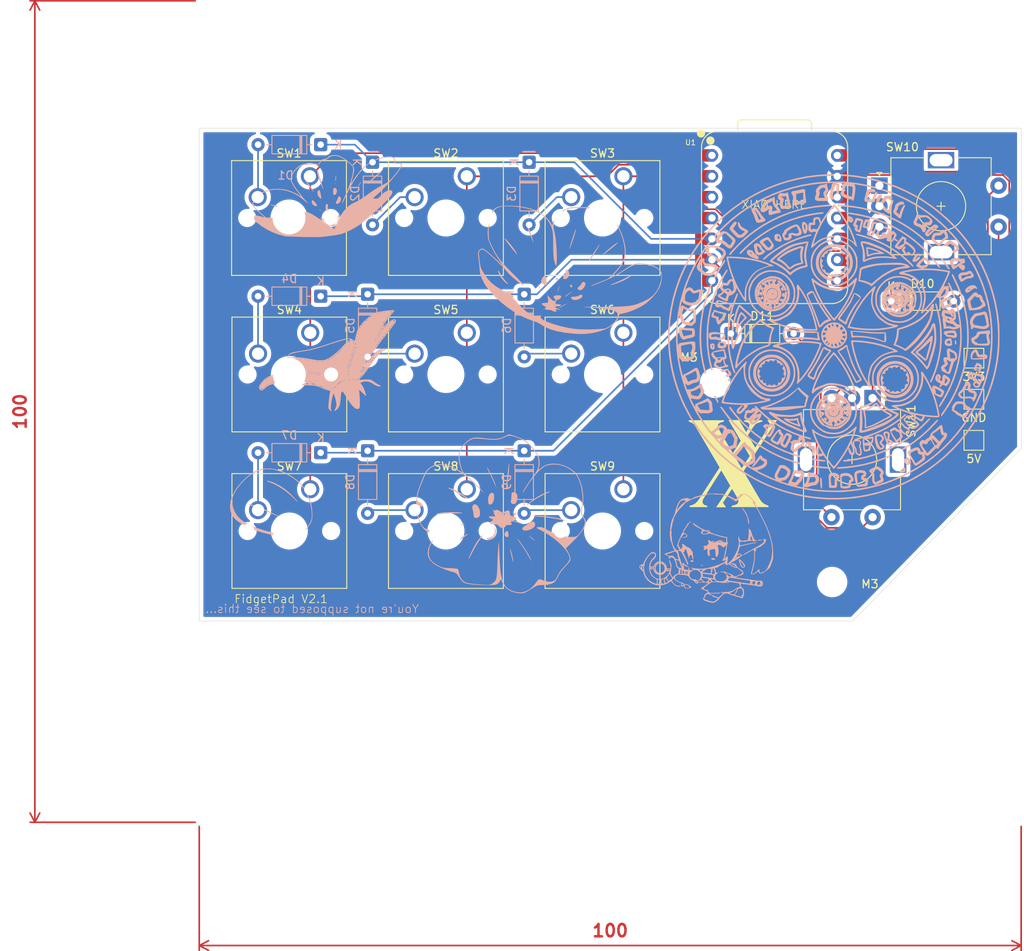
<source format=kicad_pcb>
(kicad_pcb (version 20241229) (generator "pcbnew") (generator_version "9.0")
  (layers (0 "F.Cu" signal) (2 "B.Cu" signal) (13 "F.Paste" user) (15 "B.Paste" user) (5 "F.SilkS" user "F.Silkscreen") (7 "B.SilkS" user "B.Silkscreen") (1 "F.Mask" user) (3 "B.Mask" user) (25 "Edge.Cuts" user))
  (net 0 "")
  (net 1 "ROW0")
  (net 2 "Net-(D1-A)")
  (net 3 "Net-(D2-A)")
  (net 4 "Net-(D3-A)")
  (net 5 "Net-(D4-A)")
  (net 6 "ROW1")
  (net 7 "Net-(D5-A)")
  (net 8 "Net-(D6-A)")
  (net 9 "ROW2")
  (net 10 "Net-(D7-A)")
  (net 11 "Net-(D8-A)")
  (net 12 "Net-(D9-A)")
  (net 13 "ROT0SW2")
  (net 14 "ROT1SW2")
  (net 15 "COL0")
  (net 16 "COL1")
  (net 17 "COL2")
  (net 18 "ROT0B")
  (net 19 "ROT0A")
  (net 20 "GND")
  (net 21 "COL3")
  (net 22 "ROT1A")
  (net 23 "ROT1B")
  (net 24 "unconnected-(U1-3V3-Pad12)")
  (net 25 "+5V")
  (footprint "Seeed Studio XIAO Series Library:XIAO-RP2040-DIP" (layer "F.Cu") (at 140 71.4375)
    (property "Reference" "U1" (at -10.2246 -9.1875 0) (layer "F.SilkS") (effects (font (size 0.635 0.635) (thickness 0.1016))))
    (property "Value" "XIAO-RP2040-DIP")
    (pad "1" smd roundrect (at -8.455 -7.62 180) (size 2.432 1.524) (layers "F.Cu" "F.Mask") (roundrect_rratio 0.1) (net 15 "COL0"))
    (pad "1" thru_hole circle (at -7.62 -7.62 180) (size 1.524 1.524) (drill 0.889) (layers "*.Cu" "*.Mask") (net 15 "COL0"))
    (pad "2" smd roundrect (at -8.455 -5.08 180) (size 2.432 1.524) (layers "F.Cu" "F.Mask") (roundrect_rratio 0.1) (net 16 "COL1"))
    (pad "2" thru_hole circle (at -7.62 -5.08 180) (size 1.524 1.524) (drill 0.889) (layers "*.Cu" "*.Mask") (net 16 "COL1"))
    (pad "3" smd roundrect (at -8.455 -2.54 180) (size 2.432 1.524) (layers "F.Cu" "F.Mask") (roundrect_rratio 0.1) (net 17 "COL2"))
    (pad "3" thru_hole circle (at -7.62 -2.54 180) (size 1.524 1.524) (drill 0.889) (layers "*.Cu" "*.Mask") (net 17 "COL2"))
    (pad "4" smd roundrect (at -8.455 0 180) (size 2.432 1.524) (layers "F.Cu" "F.Mask") (roundrect_rratio 0.1) (net 21 "COL3"))
    (pad "4" thru_hole circle (at -7.62 0 180) (size 1.524 1.524) (drill 0.889) (layers "*.Cu" "*.Mask") (net 21 "COL3"))
    (pad "5" smd roundrect (at -8.455 2.54 180) (size 2.432 1.524) (layers "F.Cu" "F.Mask") (roundrect_rratio 0.1) (net 1 "ROW0"))
    (pad "5" thru_hole circle (at -7.62 2.54 180) (size 1.524 1.524) (drill 0.889) (layers "*.Cu" "*.Mask") (net 1 "ROW0"))
    (pad "6" smd roundrect (at -8.455 5.08 180) (size 2.432 1.524) (layers "F.Cu" "F.Mask") (roundrect_rratio 0.1) (net 6 "ROW1"))
    (pad "6" thru_hole circle (at -7.62 5.08 180) (size 1.524 1.524) (drill 0.889) (layers "*.Cu" "*.Mask") (net 6 "ROW1"))
    (pad "7" smd roundrect (at -8.455 7.62 180) (size 2.432 1.524) (layers "F.Cu" "F.Mask") (roundrect_rratio 0.1) (net 9 "ROW2"))
    (pad "7" thru_hole circle (at -7.62 7.62 180) (size 1.524 1.524) (drill 0.889) (layers "*.Cu" "*.Mask") (net 9 "ROW2"))
    (pad "8" thru_hole circle (at 7.62 7.62) (size 1.524 1.524) (drill 0.889) (layers "*.Cu" "*.Mask") (net 23 "ROT1B"))
    (pad "8" smd roundrect (at 8.455 7.62) (size 2.432 1.524) (layers "F.Cu" "F.Mask") (roundrect_rratio 0.1) (net 23 "ROT1B"))
    (pad "9" thru_hole circle (at 7.62 5.08) (size 1.524 1.524) (drill 0.889) (layers "*.Cu" "*.Mask") (net 22 "ROT1A"))
    (pad "9" smd roundrect (at 8.455 5.08) (size 2.432 1.524) (layers "F.Cu" "F.Mask") (roundrect_rratio 0.1) (net 22 "ROT1A"))
    (pad "10" thru_hole circle (at 7.62 2.54) (size 1.524 1.524) (drill 0.889) (layers "*.Cu" "*.Mask") (net 18 "ROT0B"))
    (pad "10" smd roundrect (at 8.455 2.54) (size 2.432 1.524) (layers "F.Cu" "F.Mask") (roundrect_rratio 0.1) (net 18 "ROT0B"))
    (pad "11" thru_hole circle (at 7.62 0) (size 1.524 1.524) (drill 0.889) (layers "*.Cu" "*.Mask") (net 19 "ROT0A"))
    (pad "11" smd roundrect (at 8.455 0) (size 2.432 1.524) (layers "F.Cu" "F.Mask") (roundrect_rratio 0.1) (net 19 "ROT0A"))
    (pad "12" thru_hole circle (at 7.62 -2.54) (size 1.524 1.524) (drill 0.889) (layers "*.Cu" "*.Mask") (net 24 "unconnected-(U1-3V3-Pad12)"))
    (pad "12" smd roundrect (at 8.455 -2.54) (size 2.432 1.524) (layers "F.Cu" "F.Mask") (roundrect_rratio 0.1) (net 24 "unconnected-(U1-3V3-Pad12)"))
    (pad "13" thru_hole circle (at 7.62 -5.08) (size 1.524 1.524) (drill 0.889) (layers "*.Cu" "*.Mask") (net 20 "GND"))
    (pad "13" smd roundrect (at 8.455 -5.08) (size 2.432 1.524) (layers "F.Cu" "F.Mask") (roundrect_rratio 0.1) (net 20 "GND"))
    (pad "14" thru_hole circle (at 7.62 -7.62) (size 1.524 1.524) (drill 0.889) (layers "*.Cu" "*.Mask") (net 25 "+5V"))
    (pad "14" smd roundrect (at 8.455 -7.62) (size 2.432 1.524) (layers "F.Cu" "F.Mask") (roundrect_rratio 0.1) (net 25 "+5V"))
  )
  (footprint "Button_Switch_Keyboard:SW_Cherry_MX_1.00u_PCB" (layer "F.Cu") (at 102.5525 85.4075)
    (property "Reference" "SW5" (at -2.54 -2.794 0) (layer "F.SilkS"))
    (property "Value" "SW_Push_45deg" (hide yes))
    (pad "" np_thru_hole circle (at -7.62 5.08) (size 1.7 1.7) (drill 1.7) (layers "*.Cu" "*.Mask"))
    (pad "" np_thru_hole circle (at -2.54 5.08) (size 4 4) (drill 4) (layers "*.Cu" "*.Mask"))
    (pad "" np_thru_hole circle (at 2.54 5.08) (size 1.7 1.7) (drill 1.7) (layers "*.Cu" "*.Mask"))
    (pad "1" thru_hole circle (at 0 0) (size 2.2 2.2) (drill 1.5) (layers "*.Cu" "*.Mask") (net 16 "COL1"))
    (pad "2" thru_hole circle (at -6.35 2.54) (size 2.2 2.2) (drill 1.5) (layers "*.Cu" "*.Mask") (net 7 "Net-(D5-A)"))
  )
  (footprint "TestPoint:TestPoint_Pad_2.0x2.0mm" (layer "F.Cu") (at 164.25 98.5)
    (property "Reference" "5V" (at 0 2.25 0) (layer "F.SilkS"))
    (property "Value" "TestPoint_Pad_2.0x2.0mm" (hide yes))
    (pad "1" smd rect (at 0 0) (size 2 2) (layers "F.Cu" "F.Mask") (net 25 "+5V"))
  )
  (footprint "Button_Switch_Keyboard:SW_Cherry_MX_1.00u_PCB" (layer "F.Cu") (at 102.5525 66.3575)
    (property "Reference" "SW2" (at -2.54 -2.794 0) (layer "F.SilkS"))
    (property "Value" "SW_Push_45deg" (hide yes))
    (pad "" np_thru_hole circle (at -7.62 5.08) (size 1.7 1.7) (drill 1.7) (layers "*.Cu" "*.Mask"))
    (pad "" np_thru_hole circle (at -2.54 5.08) (size 4 4) (drill 4) (layers "*.Cu" "*.Mask"))
    (pad "" np_thru_hole circle (at 2.54 5.08) (size 1.7 1.7) (drill 1.7) (layers "*.Cu" "*.Mask"))
    (pad "1" thru_hole circle (at 0 0) (size 2.2 2.2) (drill 1.5) (layers "*.Cu" "*.Mask") (net 16 "COL1"))
    (pad "2" thru_hole circle (at -6.35 2.54) (size 2.2 2.2) (drill 1.5) (layers "*.Cu" "*.Mask") (net 3 "Net-(D2-A)"))
  )
  (footprint "LOGO" (layer "F.Cu") (at 134.8 101.1)
    (property "Reference" "G***" (hide yes))
    (property "Value" "LOGO" (hide yes))
  )
  (footprint "Button_Switch_Keyboard:SW_Cherry_MX_1.00u_PCB" (layer "F.Cu") (at 102.5525 104.4575)
    (property "Reference" "SW8" (at -2.54 -2.794 0) (layer "F.SilkS"))
    (property "Value" "SW_Push_45deg" (hide yes))
    (pad "" np_thru_hole circle (at -7.62 5.08) (size 1.7 1.7) (drill 1.7) (layers "*.Cu" "*.Mask"))
    (pad "" np_thru_hole circle (at -2.54 5.08) (size 4 4) (drill 4) (layers "*.Cu" "*.Mask"))
    (pad "" np_thru_hole circle (at 2.54 5.08) (size 1.7 1.7) (drill 1.7) (layers "*.Cu" "*.Mask"))
    (pad "1" thru_hole circle (at 0 0) (size 2.2 2.2) (drill 1.5) (layers "*.Cu" "*.Mask") (net 16 "COL1"))
    (pad "2" thru_hole circle (at -6.35 2.54) (size 2.2 2.2) (drill 1.5) (layers "*.Cu" "*.Mask") (net 11 "Net-(D8-A)"))
  )
  (footprint "Button_Switch_Keyboard:SW_Cherry_MX_1.00u_PCB" (layer "F.Cu") (at 83.5025 85.4075)
    (property "Reference" "SW4" (at -2.54 -2.794 0) (layer "F.SilkS"))
    (property "Value" "SW_Push_45deg" (hide yes))
    (pad "" np_thru_hole circle (at -7.62 5.08) (size 1.7 1.7) (drill 1.7) (layers "*.Cu" "*.Mask"))
    (pad "" np_thru_hole circle (at -2.54 5.08) (size 4 4) (drill 4) (layers "*.Cu" "*.Mask"))
    (pad "" np_thru_hole circle (at 2.54 5.08) (size 1.7 1.7) (drill 1.7) (layers "*.Cu" "*.Mask"))
    (pad "1" thru_hole circle (at 0 0) (size 2.2 2.2) (drill 1.5) (layers "*.Cu" "*.Mask") (net 15 "COL0"))
    (pad "2" thru_hole circle (at -6.35 2.54) (size 2.2 2.2) (drill 1.5) (layers "*.Cu" "*.Mask") (net 5 "Net-(D4-A)"))
  )
  (footprint "MountingHole:MountingHole_3.2mm_M3" (layer "F.Cu") (at 147 115.75)
    (property "Reference" "M3" (at 4.6 0.25 0) (layer "F.SilkS"))
    (property "Value" "MountingHole_3.2mm_M3" (hide yes))
    (pad "" np_thru_hole circle (at 0 0) (size 3.2 3.2) (drill 3.2) (layers "*.Cu" "*.Mask"))
  )
  (footprint "Button_Switch_Keyboard:SW_Cherry_MX_1.00u_PCB" (layer "F.Cu") (at 121.6025 104.4575)
    (property "Reference" "SW9" (at -2.54 -2.794 0) (layer "F.SilkS"))
    (property "Value" "SW_Push_45deg" (hide yes))
    (pad "" np_thru_hole circle (at -7.62 5.08) (size 1.7 1.7) (drill 1.7) (layers "*.Cu" "*.Mask"))
    (pad "" np_thru_hole circle (at -2.54 5.08) (size 4 4) (drill 4) (layers "*.Cu" "*.Mask"))
    (pad "" np_thru_hole circle (at 2.54 5.08) (size 1.7 1.7) (drill 1.7) (layers "*.Cu" "*.Mask"))
    (pad "1" thru_hole circle (at 0 0) (size 2.2 2.2) (drill 1.5) (layers "*.Cu" "*.Mask") (net 17 "COL2"))
    (pad "2" thru_hole circle (at -6.35 2.54) (size 2.2 2.2) (drill 1.5) (layers "*.Cu" "*.Mask") (net 12 "Net-(D9-A)"))
  )
  (footprint "Rotary_Encoder:RotaryEncoder_Alps_EC11E-Switch_Vertical_H20mm" (layer "F.Cu") (at 151.9203 93.3557 -90)
    (property "Reference" "SW11" (at 2.8 -4.7 90) (layer "F.SilkS"))
    (property "Value" "RotaryEncoder_Switch")
    (pad "A" thru_hole rect (at 0 0 270) (size 2 2) (drill 1) (layers "*.Cu" "*.Mask") (net 22 "ROT1A"))
    (pad "B" thru_hole circle (at 0 5 270) (size 2 2) (drill 1) (layers "*.Cu" "*.Mask") (net 23 "ROT1B"))
    (pad "C" thru_hole circle (at 0 2.5 270) (size 2 2) (drill 1) (layers "*.Cu" "*.Mask") (net 20 "GND"))
    (pad "MP" thru_hole rect (at 7.5 -3.1 270) (size 3.2 2) (drill oval 2.8 1.5) (layers "*.Cu" "*.Mask"))
    (pad "MP" thru_hole rect (at 7.5 8.1 270) (size 3.2 2) (drill oval 2.8 1.5) (layers "*.Cu" "*.Mask"))
    (pad "S1" thru_hole circle (at 14.5 5 270) (size 2 2) (drill 1) (layers "*.Cu" "*.Mask") (net 21 "COL3"))
    (pad "S2" thru_hole circle (at 14.5 0 270) (size 2 2) (drill 1) (layers "*.Cu" "*.Mask") (net 14 "ROT1SW2"))
  )
  (footprint "LOGO" (layer "F.Cu") (at 134.9 113.1)
    (property "Reference" "G***" (hide yes))
    (property "Value" "LOGO" (hide yes))
  )
  (footprint "Diode_THT:D_DO-35_SOD27_P7.62mm_Horizontal" (layer "F.Cu") (at 134.69 85.5)
    (property "Reference" "D11" (at 3.81 -2.12 0) (layer "F.SilkS"))
    (property "Value" "1N4148")
    (fp_text user "K" (at 0 -1.8 0) (layer "F.SilkS"))
    (pad "1" thru_hole roundrect (at 0 0) (size 1.6 1.6) (drill 0.8) (layers "*.Cu" "*.Mask") (roundrect_rratio 0.15625) (net 6 "ROW1"))
    (pad "2" thru_hole circle (at 7.62 0) (size 1.6 1.6) (drill 0.8) (layers "*.Cu" "*.Mask") (net 14 "ROT1SW2"))
  )
  (footprint "LOGO" (layer "F.Cu") (at 134.9 113.1)
    (property "Reference" "G***" (hide yes))
    (property "Value" "LOGO" (hide yes))
    (fp_poly (pts (xy 5.028232 -5.070797) (xy 5.131073 -5.07063) (xy 5.21917 -5.070332) (xy 5.293469 -5.069886) (xy 5.354916 -5.069275) (xy 5.404459 -5.068484) (xy 5.443044 -5.067495) (xy 5.47162 -5.066293) (xy 5.491132 -5.06486) (xy 5.502527 -5.06318) (xy 5.506753 -5.061237) (xy 5.50669 -5.060449) (xy 5.500605 -5.051154) (xy 5.486355 -5.029926) (xy 5.465163 -4.998569) (xy 5.438252 -4.95889) (xy 5.406845 -4.912691) (xy 5.372164 -4.86178) (xy 5.36155 -4.846217) (xy 5.347317 -4.82506) (xy 5.324314 -4.790471) (xy 5.292867 -4.742951) (xy 5.253304 -4.682999) (xy 5.205954 -4.611114) (xy 5.151144 -4.527798) (xy 5.0892 -4.43355) (xy 5.020452 -4.32887) (xy 4.945227 -4.214257) (xy 4.863852 -4.090212) (xy 4.776655 -3.957234) (xy 4.683963 -3.815824) (xy 4.586105 -3.666481) (xy 4.483408 -3.509705) (xy 4.376199 -3.345996) (xy 4.264806 -3.175854) (xy 4.149558 -2.99978) (xy 4.03078 -2.818272) (xy 3.908802 -2.63183) (xy 3.783951 -2.440955) (xy 3.656554 -2.246147) (xy 3.526939 -2.047905) (xy 3.395433 -1.84673) (xy 3.320973 -1.732802) (xy 1.419452 1.17678) (xy 2.409693 2.871342) (xy 2.501026 3.027582) (xy 2.59057 3.180658) (xy 2.677933 3.329901) (xy 2.76272 3.474641) (xy 2.844536 3.614209) (xy 2.922989 3.747935) (xy 2.997684 3.87515) (xy 3.068226 3.995184) (xy 3.134223 4.107367) (xy 3.195279 4.211031) (xy 3.251001 4.305505) (xy 3.300995 4.39012) (xy 3.344867 4.464207) (xy 3.382222 4.527095) (xy 3.412667 4.578116) (xy 3.435807 4.6166) (xy 3.451249 4.641878) (xy 3.457496 4.651698) (xy 3.540524 4.768125) (xy 3.623194 4.869079) (xy 3.706543 4.955669) (xy 3.791606 5.029002) (xy 3.849361 5.070793) (xy 3.89801 5.102448) (xy 3.946546 5.131746) (xy 3.99768 5.160078) (xy 4.054123 5.188837) (xy 4.118588 5.219415) (xy 4.193785 5.253206) (xy 4.263839 5.283635) (xy 4.459351 5.367615) (xy 4.461732 5.448023) (xy 4.464114 5.528431) (xy 2.221356 5.528431) (xy -0.021402 5.528431) (xy -0.019021 5.448423) (xy -0.01664 5.368415) (xy 0.197872 5.311144) (xy 0.283009 5.288056) (xy 0.354037 5.267883) (xy 0.413074 5.249856) (xy 0.462237 5.233206) (xy 0.503644 5.217164) (xy 0.539411 5.200959) (xy 0.571656 5.183823) (xy 0.602497 5.164986) (xy 0.605498 5.163036) (xy 0.669132 5.113517) (xy 0.718447 5.056987) (xy 0.753846 4.992572) (xy 0.775734 4.919404) (xy 0.784516 4.836611) (xy 0.783532 4.779659) (xy 0.775554 4.704441) (xy 0.759806 4.632) (xy 0.734973 4.557685) (xy 0.699741 4.476841) (xy 0.69533 4.467671) (xy 0.683353 4.444428) (xy 0.664491 4.409721) (xy 0.639517 4.364865) (xy 0.609203 4.31118) (xy 0.57432 4.249982) (xy 0.535641 4.18259) (xy 0.493938 4.110321) (xy 0.449982 4.034492) (xy 0.404545 3.956422) (xy 0.358401 3.877428) (xy 0.31232 3.798827) (xy 0.267074 3.721938) (xy 0.223436 3.648078) (xy 0.182178 3.578564) (xy 0.144072 3.514715) (xy 0.109889 3.457847) (xy 0.080402 3.409279) (xy 0.056383 3.370328) (xy 0.038603 3.342312) (xy 0.027835 3.326548) (xy 0.024959 3.323496) (xy 0.019436 3.330281) (xy 0.005396 3.350159) (xy -0.0166 3.382282) (xy -0.045987 3.4258) (xy -0.082202 3.479864) (xy -0.124681 3.543625) (xy -0.17286 3.616235) (xy -0.226177 3.696844) (xy -0.284067 3.784603) (xy -0.345967 3.878664) (xy -0.411313 3.978177) (xy -0.479541 4.082293) (xy -0.533435 4.164679) (xy -1.083509 5.006208) (xy -0.910392 5.258543) (xy -0.870349 5.316935) (xy -0.832819 5.37171) (xy -0.798959 5.421179) (xy -0.769921 5.463654) (xy -0.74686 5.497445) (xy -0.730931 5.520865) (xy -0.723347 5.532134) (xy -0.70942 5.55339) (xy -1.314246 5.55339) (xy -1.919073 5.55339) (xy -1.873967 5.488912) (xy -1.851184 5.45618) (xy -1.82675 5.42073) (xy -1.800206 5.381869) (xy -1.771095 5.338904) (xy -1.738959 5.291142) (xy -1.70334 5.237891) (xy -1.663782 5.178458) (xy -1.619827 5.112151) (xy -1.571017 5.038277) (xy -1.516895 4.956143) (xy -1.457002 4.865056) (xy -1.390883 4.764324) (xy -1.318078 4.653254) (xy -1.238131 4.531153) (xy -1.150584 4.397329) (xy -1.05498 4.25109) (xy -0.95086 4.091741) (xy -0.927413 4.055846) (xy -0.848396 3.934883) (xy -0.771666 3.817422) (xy -0.697733 3.704249) (xy -0.627111 3.596147) (xy -0.560312 3.493903) (xy -0.497849 3.398298) (xy -0.440235 3.31012) (xy -0.387981 3.23015) (xy -0.341601 3.159176) (xy -0.301606 3.097979) (xy -0.268511 3.047346) (xy -0.242827 3.008061) (xy -0.225066 2.980908) (xy -0.215742 2.966671) (xy -0.214682 2.965059) (xy -0.194852 2.935032) (xy -0.738636 2.008295) (xy -0.805639 1.894189) (xy -0.870366 1.78412) (xy -0.932315 1.678935) (xy -0.990984 1.57948) (xy -1.045869 1.4866) (xy -1.096469 1.401143) (xy -1.142282 1.323955) (xy -1.182804 1.255881) (xy -1.217534 1.197767) (xy -1.24597 1.150461) (xy -1.267608 1.114807) (xy -1.281948 1.091653) (xy -1.288485 1.081845) (xy -1.288812 1.081559) (xy -1.294051 1.088484) (xy -1.307669 1.108772) (xy -1.329205 1.141689) (xy -1.358196 1.186501) (xy -1.394179 1.242475) (xy -1.436693 1.308879) (xy -1.485274 1.384978) (xy -1.539459 1.470039) (xy -1.598788 1.563329) (xy -1.662797 1.664116) (xy -1.731023 1.771664) (xy -1.803005 1.885242) (xy -1.878279 2.004116) (xy -1.956384 2.127552) (xy -2.036857 2.254818) (xy -2.119235 2.385179) (xy -2.203056 2.517903) (xy -2.287857 2.652257) (xy -2.373177 2.787507) (xy -2.458552 2.922919) (xy -2.54352 3.057761) (xy -2.627619 3.191299) (xy -2.710386 3.3228) (xy -2.791358 3.45153) (xy -2.870074 3.576757) (xy -2.946071 3.697746) (xy -3.018886 3.813765) (xy -3.088057 3.924081) (xy -3.153121 4.02796) (xy -3.213616 4.124668) (xy -3.26908 4.213473) (xy -3.31905 4.293641) (xy -3.363063 4.364439) (xy -3.400657 4.425133) (xy -3.43137 4.474991) (xy -3.45474 4.513279) (xy -3.470303 4.539263) (xy -3.477587 4.55219) (xy -3.519595 4.651446) (xy -3.547614 4.747325) (xy -3.561685 4.838908) (xy -3.561853 4.925278) (xy -3.548161 5.005516) (xy -3.52065 5.078703) (xy -3.479365 5.143922) (xy -3.448223 5.178626) (xy -3.414647 5.208327) (xy -3.377005 5.234474) (xy -3.332817 5.258248) (xy -3.279598 5.28083) (xy -3.214867 5.303402) (xy -3.136329 5.327093) (xy -2.995087 5.367449) (xy -2.992706 5.44794) (xy -2.990325 5.528431) (xy -4.068326 5.528431) (xy -5.146328 5.528431) (xy -5.143947 5.447782) (xy -5.141566 5.367134) (xy -4.989641 5.323144) (xy -4.864697 5.284301) (xy -4.753988 5.243833) (xy -4.655112 5.200426) (xy -4.565666 5.152765) (xy -4.483249 5.099537) (xy -4.405459 5.039426) (xy -4.329894 4.971118) (xy -4.309213 4.950749) (xy -4.252924 4.892878) (xy -4.202089 4.837052) (xy -4.153535 4.779461) (xy -4.10409 4.716294) (xy -4.050582 4.643741) (xy -4.031731 4.617425) (xy -4.023389 4.605084) (xy -4.006456 4.579467) (xy -3.981384 4.541269) (xy -3.948622 4.491184) (xy -3.90862 4.429905) (xy -3.861828 4.358127) (xy -3.808697 4.276544) (xy -3.749676 4.185849) (xy -3.685216 4.086738) (xy -3.615766 3.979903) (xy -3.541777 3.866039) (xy -3.463699 3.74584) (xy -3.381982 3.62) (xy -3.297076 3.489213) (xy -3.209431 3.354173) (xy -3.119497 3.215574) (xy -3.027725 3.07411) (xy -2.934564 2.930476) (xy -2.840465 2.785364) (xy -2.745877 2.639469) (xy -2.651251 2.493486) (xy -2.557036 2.348108) (xy -2.463684 2.204029) (xy -2.371643 2.061943) (xy -2.281365 1.922544) (xy -2.193298 1.786527) (xy -2.107894 1.654585) (xy -2.025603 1.527413) (xy -1.946873 1.405704) (xy -1.872157 1.290152) (xy -1.801902 1.181452) (xy -1.736561 1.080297) (xy -1.676582 0.987381) (xy -1.622417 0.9034) (xy -1.574514 0.829046) (xy -1.533324 0.765013) (xy -1.530217 0.760177) (xy -1.494783 0.705026) (xy -2.31037 -0.683266) (xy 0.335486 -0.683266) (xy 0.339973 -0.674929) (xy 0.352303 -0.653197) (xy 0.371913 -0.619036) (xy 0.398243 -0.573415) (xy 0.43073 -0.517298) (xy 0.468815 -0.451653) (xy 0.511936 -0.377447) (xy 0.559532 -0.295647) (xy 0.61104 -0.207219) (xy 0.665901 -0.113129) (xy 0.723553 -0.014345) (xy 0.767402 0.060728) (xy 0.838899 0.183008) (xy 0.902509 0.291586) (xy 0.958661 0.387173) (xy 1.007787 0.470477) (xy 1.050318 0.542208) (xy 1.086685 0.603075) (xy 1.117318 0.653788) (xy 1.142648 0.695055) (xy 1.163107 0.727587) (xy 1.179125 0.752092) (xy 1.191133 0.769281) (xy 1.199561 0.779861) (xy 1.204842 0.784544) (xy 1.207069 0.784541) (xy 1.212968 0.776224) (xy 1.227348 0.754903) (xy 1.249596 0.721509) (xy 1.279099 0.676973) (xy 1.315246 0.622224) (xy 1.357422 0.558194) (xy 1.405017 0.485814) (xy 1.457417 0.406014) (xy 1.51401 0.319725) (xy 1.574182 0.227878) (xy 1.637322 0.131403) (xy 1.693323 0.045758) (xy 2.169127 -0.682214) (xy 2.15041 -0.715493) (xy 2.14218 -0.729849) (xy 2.126559 -0.756836) (xy 2.104555 -0.79472) (xy 2.077177 -0.841769) (xy 2.045433 -0.896249) (xy 2.010332 -0.956428) (xy 1.972883 -1.020574) (xy 1.959127 -1.044121) (xy 1.920113 -1.110895) (xy 1.874337 -1.18924) (xy 1.823434 -1.27636) (xy 1.769037 -1.369459) (xy 1.712781 -1.46574) (xy 1.656298 -1.562409) (xy 1.601222 -1.656669) (xy 1.549187 -1.745724) (xy 1.543502 -1.755454) (xy 1.499015 -1.831526) (xy 1.456955 -1.903322) (xy 1.418084 -1.969552) (xy 1.383162 -2.028924) (xy 1.35295 -2.080148) (xy 1.328209 -2.121934) (xy 1.3097 -2.152991) (xy 1.298185 -2.172028) (xy 1.294489 -2.17777) (xy 1.289291 -2.171844) (xy 1.275897 -2.152967) (xy 1.255015 -2.122243) (xy 1.227356 -2.080775) (xy 1.193626 -2.029669) (xy 1.154535 -1.970029) (xy 1.110791 -1.902959) (xy 1.063103 -1.829564) (xy 1.01218 -1.750948) (xy 0.958731 -1.668215) (xy 0.903464 -1.58247) (xy 0.847087 -1.494817) (xy 0.79031 -1.406361) (xy 0.733841 -1.318206) (xy 0.678389 -1.231457) (xy 0.624663 -1.147217) (xy 0.57337 -1.066591) (xy 0.525221 -0.990684) (xy 0.480923 -0.9206) (xy 0.441185 -0.857444) (xy 0.406717 -0.802319) (xy 0.378226 -0.756331) (xy 0.356421 -0.720583) (xy 0.342011 -0.696181) (xy 0.335704 -0.684227) (xy 0.335486 -0.683266) (xy -2.31037 -0.683266) (xy -2.93844 -1.752368) (xy -3.049245 -1.940929) (xy -3.158389 -2.126558) (xy -3.265539 -2.308695) (xy -3.370363 -2.486779) (xy -3.47253 -2.660248) (xy -3.571708 -2.828542) (xy -3.667565 -2.991099) (xy -3.759768 -3.147359) (xy -3.847987 -3.296761) (xy -3.931889 -3.438743) (xy -4.011142 -3.572744) (xy -4.085415 -3.698204) (xy -4.154375 -3.814561) (xy -4.217692 -3.921255) (xy -4.275032 -4.017724) (xy -4.326064 -4.103407) (xy -4.370457 -4.177744) (xy -4.407878 -4.240173) (xy -4.437995 -4.290134) (xy -4.460477 -4.327064) (xy -4.474992 -4.350404) (xy -4.478192 -4.355356) (xy -4.522592 -4.42094) (xy -4.563965 -4.477587) (xy -4.604279 -4.526808) (xy -4.645501 -4.570111) (xy -4.689598 -4.609006) (xy -4.738536 -4.645) (xy -4.794284 -4.679603) (xy -4.858808 -4.714325) (xy -4.934074 -4.750675) (xy -5.022051 -4.790161) (xy -5.074645 -4.812936) (xy -5.241402 -4.884513) (xy -5.243783 -4.965201) (xy -5.246165 -5.04589) (xy -3.099083 -5.04589) (xy -0.952002 -5.04589) (xy -0.954383 -4.965766) (xy -0.956764 -4.885642) (xy -1.144411 -4.829408) (xy -1.226053 -4.804519) (xy -1.293758 -4.782812) (xy -1.349722 -4.763405) (xy -1.396145 -4.745416) (xy -1.435223 -4.727963) (xy -1.469154 -4.710165) (xy -1.500136 -4.691139) (xy -1.516102 -4.680264) (xy -1.577149 -4.631389) (xy -1.623478 -4.580007) (xy -1.657008 -4.523516) (xy -1.679661 -4.459311) (xy -1.67996 -4.458151) (xy -1.691448 -4.382538) (xy -1.689741 -4.298267) (xy -1.675074 -4.206507) (xy -1.64768 -4.108427) (xy -1.607791 -4.005195) (xy -1.576087 -3.937512) (xy -1.568343 -3.923252) (xy -1.552808 -3.895783) (xy -1.529975 -3.855943) (xy -1.500333 -3.80457) (xy -1.464376 -3.742501) (xy -1.422593 -3.670574) (xy -1.375478 -3.589625) (xy -1.323521 -3.500492) (xy -1.267213 -3.404013) (xy -1.207048 -3.301024) (xy -1.143515 -3.192364) (xy -1.077106 -3.07887) (xy -1.008314 -2.961379) (xy -0.937628 -2.840729) (xy -0.865542 -2.717756) (xy -0.792547 -2.593298) (xy -0.719133 -2.468194) (xy -0.645793 -2.343279) (xy -0.573018 -2.219392) (xy -0.501299 -2.097369) (xy -0.431128 -1.978049) (xy -0.362997 -1.862269) (xy -0.297397 -1.750865) (xy -0.23482 -1.644676) (xy -0.175757 -1.544539) (xy -0.120699 -1.451291) (xy -0.070139 -1.365769) (xy -0.024567 -1.288812) (xy 0.015525 -1.221255) (xy 0.049645 -1.163938) (xy 0.077302 -1.117697) (xy 0.098004 -1.083369) (xy 0.11126 -1.061792) (xy 0.116473 -1.053904) (xy 0.119622 -1.054471) (xy 0.125864 -1.06042) (xy 0.135638 -1.07242) (xy 0.149383 -1.091145) (xy 0.167538 -1.117266) (xy 0.190544 -1.151456) (xy 0.21884 -1.194384) (xy 0.252865 -1.246725) (xy 0.293059 -1.309149) (xy 0.339861 -1.382328) (xy 0.39371 -1.466934) (xy 0.455046 -1.56364) (xy 0.524309 -1.673115) (xy 0.601938 -1.796034) (xy 0.602303 -1.796612) (xy 1.077984 -2.550336) (xy 0.657051 -3.267548) (xy 0.598173 -3.367802) (xy 0.541614 -3.463978) (xy 0.487947 -3.555107) (xy 0.437748 -3.64022) (xy 0.39159 -3.718348) (xy 0.350047 -3.788521) (xy 0.313694 -3.84977) (xy 0.283106 -3.901125) (xy 0.258856 -3.941617) (xy 0.241519 -3.970277) (xy 0.231668 -3.986135) (xy 0.229586 -3.989105) (xy 0.224396 -3.996797) (xy 0.211419 -4.017697) (xy 0.191327 -4.050686) (xy 0.164791 -4.094644) (xy 0.132483 -4.148449) (xy 0.095073 -4.210982) (xy 0.053234 -4.281122) (xy 0.007635 -4.35775) (xy -0.04105 -4.439743) (xy -0.092152 -4.525983) (xy -0.09457 -4.530069) (xy -0.412194 -5.066689) (xy 0.230219 -5.06882) (xy 0.332157 -5.069079) (xy 0.429263 -5.06917) (xy 0.520252 -5.069102) (xy 0.603843 -5.068883) (xy 0.67875 -5.068521) (xy 0.743692 -5.068025) (xy 0.797383 -5.067403) (xy 0.838542 -5.066663) (xy 0.865884 -5.065813) (xy 0.878127 -5.064862) (xy 0.878649 -5.064661) (xy 0.883611 -5.056754) (xy 0.896416 -5.035459) (xy 0.916492 -5.00174) (xy 0.94327 -4.956566) (xy 0.97618 -4.900902) (xy 1.014651 -4.835716) (xy 1.058113 -4.761974) (xy 1.105996 -4.680643) (xy 1.157729 -4.59269) (xy 1.212743 -4.499081) (xy 1.270467 -4.400782) (xy 1.310552 -4.332476) (xy 1.369726 -4.23171) (xy 1.426565 -4.135098) (xy 1.480502 -4.043594) (xy 1.530968 -3.958156) (xy 1.577396 -3.879738) (xy 1.619217 -3.809296) (xy 1.655863 -3.747786) (xy 1.686767 -3.696163) (xy 1.711361 -3.655384) (xy 1.729076 -3.626404) (xy 1.739344 -3.610178) (xy 1.741786 -3.606918) (xy 1.748761 -3.614002) (xy 1.762635 -3.633452) (xy 1.78213 -3.663141) (xy 1.805966 -3.700943) (xy 1.832866 -3.744732) (xy 1.861552 -3.792382) (xy 1.890744 -3.841766) (xy 1.919164 -3.890759) (xy 1.945534 -3.937235) (xy 1.968575 -3.979067) (xy 1.987008 -4.014129) (xy 1.98887 -4.01782) (xy 2.023311 -4.091343) (xy 2.055535 -4.169299) (xy 2.083976 -4.247323) (xy 2.107069 -4.321047) (xy 2.123247 -4.386105) (xy 2.125938 -4.400005) (xy 2.13354 -4.477283) (xy 2.1268 -4.546414) (xy 2.105551 -4.607964) (xy 2.069626 -4.662499) (xy 2.039702 -4.693223) (xy 2.006653 -4.719445) (xy 1.967923 -4.7431) (xy 1.921352 -4.76509) (xy 1.86478 -4.786319) (xy 1.79605 -4.807688) (xy 1.713002 -4.8301) (xy 1.711071 -4.830593) (xy 1.65914 -4.843841) (xy 1.610783 -4.856188) (xy 1.569047 -4.866855) (xy 1.536974 -4.875064) (xy 1.517609 -4.880038) (xy 1.516262 -4.880385) (xy 1.485064 -4.888457) (xy 1.485064 -4.967173) (xy 1.485064 -5.04589) (xy 2.596043 -5.04589) (xy 3.707022 -5.04589) (xy 3.704641 -4.965048) (xy 3.70226 -4.884206) (xy 3.452669 -4.808176) (xy 3.364824 -4.781201) (xy 3.291038 -4.757984) (xy 3.22935 -4.737789) (xy 3.177801 -4.719883) (xy 3.134427 -4.703528) (xy 3.097269 -4.68799) (xy 3.064364 -4.672533) (xy 3.033752 -4.656422) (xy 3.007081 -4.641075) (xy 2.968717 -4.617034) (xy 2.931558 -4.590951) (xy 2.89489 -4.561929) (xy 2.857999 -4.529069) (xy 2.820172 -4.491472) (xy 2.780694 -4.448239) (xy 2.738851 -4.398471) (xy 2.693929 -4.341271) (xy 2.645215 -4.27574) (xy 2.591993 -4.200977) (xy 2.533551 -4.116086) (xy 2.469174 -4.020168) (xy 2.398148 -3.912322) (xy 2.319759 -3.791652) (xy 2.266355 -3.708768) (xy 2.216149 -3.630606) (xy 2.168434 -3.556232) (xy 2.123999 -3.486886) (xy 2.083638 -3.423809) (xy 2.048142 -3.368241) (xy 2.018304 -3.321421) (xy 1.994914 -3.28459) (xy 1.978766 -3.258988) (xy 1.970651 -3.245855) (xy 1.970008 -3.244735) (xy 1.968922 -3.240835) (xy 1.969396 -3.234922) (xy 1.971888 -3.226178) (xy 1.976857 -3.213787) (xy 1.984758 -3.19693) (xy 1.99605 -3.174791) (xy 2.011191 -3.146551) (xy 2.030638 -3.111394) (xy 2.054847 -3.068503) (xy 2.084278 -3.017059) (xy 2.119387 -2.956245) (xy 2.160632 -2.885245) (xy 2.20847 -2.80324) (xy 2.26336 -2.709413) (xy 2.325758 -2.602947) (xy 2.396122 -2.483025) (xy 2.401331 -2.47415) (xy 2.461564 -2.371545) (xy 2.519402 -2.273041) (xy 2.57429 -2.179578) (xy 2.625676 -2.092097) (xy 2.673007 -2.01154) (xy 2.715729 -1.938847) (xy 2.753289 -1.87496) (xy 2.785134 -1.82082) (xy 2.81071 -1.777369) (xy 2.829465 -1.745547) (xy 2.840845 -1.726296) (xy 2.844323 -1.720497) (xy 2.84889 -1.727219) (xy 2.862033 -1.747068) (xy 2.883226 -1.779241) (xy 2.911946 -1.822935) (xy 2.947667 -1.877348) (xy 2.989863 -1.941678) (xy 3.03801 -2.01512) (xy 3.091582 -2.096873) (xy 3.150055 -2.186133) (xy 3.212903 -2.282098) (xy 3.279602 -2.383966) (xy 3.349626 -2.490932) (xy 3.42245 -2.602196) (xy 3.497549 -2.716953) (xy 3.574398 -2.834401) (xy 3.652472 -2.953738) (xy 3.731245 -3.07416) (xy 3.810193 -3.194866) (xy 3.888791 -3.315051) (xy 3.966514 -3.433913) (xy 4.042836 -3.55065) (xy 4.117232 -3.664459) (xy 4.189178 -3.774537) (xy 4.258147 -3.880081) (xy 4.323616 -3.980289) (xy 4.385059 -4.074357) (xy 4.441951 -4.161483) (xy 4.493767 -4.240865) (xy 4.539981 -4.311699) (xy 4.580069 -4.373183) (xy 4.613506 -4.424514) (xy 4.639766 -4.464888) (xy 4.658325 -4.493505) (xy 4.668657 -4.50956) (xy 4.668851 -4.509865) (xy 4.670996 -4.515102) (xy 4.670842 -4.522162) (xy 4.667586 -4.532368) (xy 4.660423 -4.547045) (xy 4.648549 -4.567516) (xy 4.631159 -4.595106) (xy 4.607449 -4.631139) (xy 4.576614 -4.676937) (xy 4.537851 -4.733827) (xy 4.493206 -4.798974) (xy 4.306622 -5.070849) (xy 4.909698 -5.070849)) (fill yes) (layer "F.Cu"))
  )
  (footprint "Button_Switch_Keyboard:SW_Cherry_MX_1.00u_PCB" (layer "F.Cu") (at 83.46 66.3575)
    (property "Reference" "SW1" (at -2.54 -2.794 0) (layer "F.SilkS"))
    (property "Value" "SW_Push_45deg" (hide yes))
    (pad "" np_thru_hole circle (at -7.62 5.08) (size 1.7 1.7) (drill 1.7) (layers "*.Cu" "*.Mask"))
    (pad "" np_thru_hole circle (at -2.54 5.08) (size 4 4) (drill 4) (layers "*.Cu" "*.Mask"))
    (pad "" np_thru_hole circle (at 2.54 5.08) (size 1.7 1.7) (drill 1.7) (layers "*.Cu" "*.Mask"))
    (pad "1" thru_hole circle (at 0 0) (size 2.2 2.2) (drill 1.5) (layers "*.Cu" "*.Mask") (net 15 "COL0"))
    (pad "2" thru_hole circle (at -6.35 2.54) (size 2.2 2.2) (drill 1.5) (layers "*.Cu" "*.Mask") (net 2 "Net-(D1-A)"))
  )
  (footprint "Button_Switch_Keyboard:SW_Cherry_MX_1.00u_PCB" (layer "F.Cu") (at 121.6025 66.3575)
    (property "Reference" "SW3" (at -2.54 -2.794 0) (layer "F.SilkS"))
    (property "Value" "SW_Push_45deg" (hide yes))
    (pad "" np_thru_hole circle (at -7.62 5.08) (size 1.7 1.7) (drill 1.7) (layers "*.Cu" "*.Mask"))
    (pad "" np_thru_hole circle (at -2.54 5.08) (size 4 4) (drill 4) (layers "*.Cu" "*.Mask"))
    (pad "" np_thru_hole circle (at 2.54 5.08) (size 1.7 1.7) (drill 1.7) (layers "*.Cu" "*.Mask"))
    (pad "1" thru_hole circle (at 0 0) (size 2.2 2.2) (drill 1.5) (layers "*.Cu" "*.Mask") (net 17 "COL2"))
    (pad "2" thru_hole circle (at -6.35 2.54) (size 2.2 2.2) (drill 1.5) (layers "*.Cu" "*.Mask") (net 4 "Net-(D3-A)"))
  )
  (footprint "Button_Switch_Keyboard:SW_Cherry_MX_1.00u_PCB" (layer "F.Cu") (at 121.6025 85.4075)
    (property "Reference" "SW6" (at -2.54 -2.794 0) (layer "F.SilkS"))
    (property "Value" "SW_Push_45deg" (hide yes))
    (pad "" np_thru_hole circle (at -7.62 5.08) (size 1.7 1.7) (drill 1.7) (layers "*.Cu" "*.Mask"))
    (pad "" np_thru_hole circle (at -2.54 5.08) (size 4 4) (drill 4) (layers "*.Cu" "*.Mask"))
    (pad "" np_thru_hole circle (at 2.54 5.08) (size 1.7 1.7) (drill 1.7) (layers "*.Cu" "*.Mask"))
    (pad "1" thru_hole circle (at 0 0) (size 2.2 2.2) (drill 1.5) (layers "*.Cu" "*.Mask") (net 17 "COL2"))
    (pad "2" thru_hole circle (at -6.35 2.54) (size 2.2 2.2) (drill 1.5) (layers "*.Cu" "*.Mask") (net 8 "Net-(D6-A)"))
  )
  (footprint "TestPoint:TestPoint_Pad_2.0x2.0mm" (layer "F.Cu") (at 164.25 88.5)
    (property "Reference" "3V3" (at 0 2.25 0) (layer "F.SilkS"))
    (property "Value" "TestPoint_Pad_2.0x2.0mm" (hide yes))
    (pad "+3.3V" smd rect (at 0 0) (size 2 2) (layers "F.Cu" "F.Mask") (net 24 "unconnected-(U1-3V3-Pad12)"))
  )
  (footprint "Diode_THT:D_DO-35_SOD27_P7.62mm_Horizontal" (layer "F.Cu") (at 154.19 81.5561)
    (property "Reference" "D10" (at 3.81 -2.12 0) (layer "F.SilkS"))
    (property "Value" "1N4148")
    (fp_text user "K" (at 0 -1.8 0) (layer "F.SilkS"))
    (pad "1" thru_hole roundrect (at 0 0) (size 1.6 1.6) (drill 0.8) (layers "*.Cu" "*.Mask") (roundrect_rratio 0.15625) (net 1 "ROW0"))
    (pad "2" thru_hole circle (at 7.62 0) (size 1.6 1.6) (drill 0.8) (layers "*.Cu" "*.Mask") (net 13 "ROT0SW2"))
  )
  (footprint "MountingHole:MountingHole_3.2mm_M3" (layer "F.Cu") (at 132.75 91.5)
    (property "Reference" "M3" (at -3.15 -3.1 0) (layer "F.SilkS"))
    (property "Value" "MountingHole_3.2mm_M3" (hide yes))
    (pad "" np_thru_hole circle (at 0 0) (size 3.2 3.2) (drill 3.2) (layers "*.Cu" "*.Mask"))
  )
  (footprint "TestPoint:TestPoint_Pad_2.0x2.0mm" (layer "F.Cu") (at 164.25 93.5)
    (property "Reference" "GND" (at 0 2.25 0) (layer "F.SilkS"))
    (property "Value" "TestPoint_Pad_2.0x2.0mm" (hide yes))
    (pad "1" smd rect (at 0 0) (size 2 2) (layers "F.Cu" "F.Mask") (net 20 "GND"))
  )
  (footprint "Rotary_Encoder:RotaryEncoder_Alps_EC11E-Switch_Vertical_H20mm" (layer "F.Cu") (at 152.75 67.5)
    (property "Reference" "SW10" (at 2.8 -4.7 0) (layer "F.SilkS"))
    (property "Value" "RotaryEncoder_Switch")
    (pad "A" thru_hole rect (at 0 0) (size 2 2) (drill 1) (layers "*.Cu" "*.Mask") (net 19 "ROT0A"))
    (pad "B" thru_hole circle (at 0 5) (size 2 2) (drill 1) (layers "*.Cu" "*.Mask") (net 18 "ROT0B"))
    (pad "C" thru_hole circle (at 0 2.5) (size 2 2) (drill 1) (layers "*.Cu" "*.Mask") (net 20 "GND"))
    (pad "MP" thru_hole rect (at 7.5 -3.1) (size 3.2 2) (drill oval 2.8 1.5) (layers "*.Cu" "*.Mask"))
    (pad "MP" thru_hole rect (at 7.5 8.1) (size 3.2 2) (drill oval 2.8 1.5) (layers "*.Cu" "*.Mask"))
    (pad "S1" thru_hole circle (at 14.5 5) (size 2 2) (drill 1) (layers "*.Cu" "*.Mask") (net 21 "COL3"))
    (pad "S2" thru_hole circle (at 14.5 0) (size 2 2) (drill 1) (layers "*.Cu" "*.Mask") (net 13 "ROT0SW2"))
  )
  (footprint "Button_Switch_Keyboard:SW_Cherry_MX_1.00u_PCB" (layer "F.Cu") (at 83.5025 104.4575)
    (property "Reference" "SW7" (at -2.54 -2.794 0) (layer "F.SilkS"))
    (property "Value" "SW_Push_45deg" (hide yes))
    (pad "" np_thru_hole circle (at -7.62 5.08) (size 1.7 1.7) (drill 1.7) (layers "*.Cu" "*.Mask"))
    (pad "" np_thru_hole circle (at -2.54 5.08) (size 4 4) (drill 4) (layers "*.Cu" "*.Mask"))
    (pad "" np_thru_hole circle (at 2.54 5.08) (size 1.7 1.7) (drill 1.7) (layers "*.Cu" "*.Mask"))
    (pad "1" thru_hole circle (at 0 0) (size 2.2 2.2) (drill 1.5) (layers "*.Cu" "*.Mask") (net 15 "COL0"))
    (pad "2" thru_hole circle (at -6.35 2.54) (size 2.2 2.2) (drill 1.5) (layers "*.Cu" "*.Mask") (net 10 "Net-(D7-A)"))
  )
  (footprint "Diode_THT:D_DO-35_SOD27_P7.62mm_Horizontal" (layer "B.Cu") (at 84.7708 62.5065 180)
    (property "Reference" "D1" (at 4.2708 -3.7435 0) (layer "B.SilkS") (effects (justify mirror)))
    (property "Value" "1N4148")
    (fp_text user "K" (at -2.143 0 0) (layer "B.SilkS") (effects (justify mirror)))
    (pad "1" thru_hole roundrect (at 0 0 180) (size 1.6 1.6) (drill 0.8) (layers "*.Cu" "*.Mask") (roundrect_rratio 0.15625) (net 1 "ROW0"))
    (pad "2" thru_hole circle (at 7.62 0 180) (size 1.6 1.6) (drill 0.8) (layers "*.Cu" "*.Mask") (net 2 "Net-(D1-A)"))
  )
  (footprint "LOGO" (layer "B.Cu") (at 132.9 112.2 180)
    (property "Reference" "G***" (hide yes))
    (property "Value" "LOGO" (hide yes))
  )
  (footprint "Diode_THT:D_DO-35_SOD27_P7.62mm_Horizontal" (layer "B.Cu") (at 90.4856 80.7226 -90)
    (property "Reference" "D5" (at 3.81 2.12 90) (layer "B.SilkS") (effects (justify mirror)))
    (property "Value" "1N4148")
    (fp_text user "K" (at 0 1.8 90) (layer "B.SilkS") (effects (justify mirror)))
    (pad "1" thru_hole roundrect (at 0 0 270) (size 1.6 1.6) (drill 0.8) (layers "*.Cu" "*.Mask") (roundrect_rratio 0.15625) (net 6 "ROW1"))
    (pad "2" thru_hole circle (at 7.62 0 270) (size 1.6 1.6) (drill 0.8) (layers "*.Cu" "*.Mask") (net 7 "Net-(D5-A)"))
  )
  (footprint "Diode_THT:D_DO-35_SOD27_P7.62mm_Horizontal" (layer "B.Cu") (at 84.7708 80.9608 180)
    (property "Reference" "D4" (at 3.81 2.12 0) (layer "B.SilkS") (effects (justify mirror)))
    (property "Value" "1N4148")
    (fp_text user "K" (at 0 1.8 0) (layer "B.SilkS") (effects (justify mirror)))
    (pad "1" thru_hole roundrect (at 0 0 180) (size 1.6 1.6) (drill 0.8) (layers "*.Cu" "*.Mask") (roundrect_rratio 0.15625) (net 6 "ROW1"))
    (pad "2" thru_hole circle (at 7.62 0 180) (size 1.6 1.6) (drill 0.8) (layers "*.Cu" "*.Mask") (net 5 "Net-(D4-A)"))
  )
  (footprint "LOGO" (layer "B.Cu") (at 100.0125 90.4875 180)
    (property "Reference" "G***" (hide yes))
    (property "Value" "LOGO" (hide yes))
  )
  (footprint "Diode_THT:D_DO-35_SOD27_P7.62mm_Horizontal" (layer "B.Cu") (at 109.5352 99.7722 -90)
    (property "Reference" "D9" (at 3.81 2.12 90) (layer "B.SilkS") (effects (justify mirror)))
    (property "Value" "1N4148")
    (fp_text user "K" (at 0 1.8 90) (layer "B.SilkS") (effects (justify mirror)))
    (pad "1" thru_hole roundrect (at 0 0 270) (size 1.6 1.6) (drill 0.8) (layers "*.Cu" "*.Mask") (roundrect_rratio 0.15625) (net 9 "ROW2"))
    (pad "2" thru_hole circle (at 7.62 0 270) (size 1.6 1.6) (drill 0.8) (layers "*.Cu" "*.Mask") (net 12 "Net-(D9-A)"))
  )
  (footprint "Diode_THT:D_DO-35_SOD27_P7.62mm_Horizontal" (layer "B.Cu") (at 90.4856 99.7722 -90)
    (property "Reference" "D8" (at 3.81 2.12 90) (layer "B.SilkS") (effects (justify mirror)))
    (property "Value" "1N4148")
    (fp_text user "K" (at 0 1.8 90) (layer "B.SilkS") (effects (justify mirror)))
    (pad "1" thru_hole roundrect (at 0 0 270) (size 1.6 1.6) (drill 0.8) (layers "*.Cu" "*.Mask") (roundrect_rratio 0.15625) (net 9 "ROW2"))
    (pad "2" thru_hole circle (at 7.62 0 270) (size 1.6 1.6) (drill 0.8) (layers "*.Cu" "*.Mask") (net 11 "Net-(D8-A)"))
  )
  (footprint "Diode_THT:D_DO-35_SOD27_P7.62mm_Horizontal" (layer "B.Cu") (at 109.5352 80.7226 -90)
    (property "Reference" "D6" (at 3.81 2.12 90) (layer "B.SilkS") (effects (justify mirror)))
    (property "Value" "1N4148")
    (fp_text user "K" (at 0 1.8 90) (layer "B.SilkS") (effects (justify mirror)))
    (pad "1" thru_hole roundrect (at 0 0 270) (size 1.6 1.6) (drill 0.8) (layers "*.Cu" "*.Mask") (roundrect_rratio 0.15625) (net 6 "ROW1"))
    (pad "2" thru_hole circle (at 7.62 0 270) (size 1.6 1.6) (drill 0.8) (layers "*.Cu" "*.Mask") (net 8 "Net-(D6-A)"))
  )
  (footprint "LOGO" (layer "B.Cu") (at 145.740493 85.898608 180)
    (property "Reference" "G***" (hide yes))
    (property "Value" "LOGO" (hide yes))
  )
  (footprint "Diode_THT:D_DO-35_SOD27_P7.62mm_Horizontal" (layer "B.Cu") (at 84.7708 100.0104 180)
    (property "Reference" "D7" (at 3.81 2.12 0) (layer "B.SilkS") (effects (justify mirror)))
    (property "Value" "1N4148")
    (fp_text user "K" (at 0 1.8 0) (layer "B.SilkS") (effects (justify mirror)))
    (pad "1" thru_hole roundrect (at 0 0 180) (size 1.6 1.6) (drill 0.8) (layers "*.Cu" "*.Mask") (roundrect_rratio 0.15625) (net 9 "ROW2"))
    (pad "2" thru_hole circle (at 7.62 0 180) (size 1.6 1.6) (drill 0.8) (layers "*.Cu" "*.Mask") (net 10 "Net-(D7-A)"))
  )
  (footprint "Diode_THT:D_DO-35_SOD27_P7.62mm_Horizontal" (layer "B.Cu") (at 91.0809 64.6495 -90)
    (property "Reference" "D2" (at 3.81 2.12 90) (layer "B.SilkS") (effects (justify mirror)))
    (property "Value" "1N4148")
    (fp_text user "K" (at 0 1.8 90) (layer "B.SilkS") (effects (justify mirror)))
    (pad "1" thru_hole roundrect (at 0 0 270) (size 1.6 1.6) (drill 0.8) (layers "*.Cu" "*.Mask") (roundrect_rratio 0.15625) (net 1 "ROW0"))
    (pad "2" thru_hole circle (at 7.62 0 270) (size 1.6 1.6) (drill 0.8) (layers "*.Cu" "*.Mask") (net 3 "Net-(D2-A)"))
  )
  (footprint "Diode_THT:D_DO-35_SOD27_P7.62mm_Horizontal" (layer "B.Cu") (at 110.1305 64.6495 -90)
    (property "Reference" "D3" (at 3.81 2.12 90) (layer "B.SilkS") (effects (justify mirror)))
    (property "Value" "1N4148")
    (fp_text user "K" (at 0 1.8 90) (layer "B.SilkS") (effects (justify mirror)))
    (pad "1" thru_hole roundrect (at 0 0 270) (size 1.6 1.6) (drill 0.8) (layers "*.Cu" "*.Mask") (roundrect_rratio 0.15625) (net 1 "ROW0"))
    (pad "2" thru_hole circle (at 7.62 0 270) (size 1.6 1.6) (drill 0.8) (layers "*.Cu" "*.Mask") (net 4 "Net-(D3-A)"))
  )
  (gr_poly (pts (xy 70 60.5) (xy 70 120.5) (xy 149.5 120.5) (xy 170 99.5) (xy 170 60.5)) (stroke (width 0.05)) (fill no) (layer "Edge.Cuts"))
  (gr_text "XIAO HERE" (at 135.9 70.4 0) (layer "F.SilkS") (effects (font (size 1 1) (thickness 0.1)) (justify left bottom)))
  (gr_text "FidgetPad V2.1" (at 74.2 118.4 0) (layer "F.SilkS") (effects (font (size 1 1) (thickness 0.1)) (justify left bottom)))
  (gr_text "You're not supposed to see this..." (at 96.8 119.6 0) (layer "B.SilkS") (effects (font (size 1 1) (thickness 0.1)) (justify left bottom mirror)))
  (dimension (type orthogonal) (layer "F.Cu") (pts (xy 70 145) (xy 70 45)) (height -20) (orientation 1) (format (prefix "") (suffix "") (units 3) (units_format 0) (precision 4) (suppress_zeroes yes)) (style (thickness 0.2) (arrow_length 1.27) (text_position_mode 0) (arrow_direction outward) (extension_height 0.58642) (extension_offset 0.5) (keep_text_aligned yes)) (gr_text "100" (at 48.2 95 90) (layer "F.Cu") (effects (font (size 1.5 1.5) (thickness 0.3)))))
  (dimension (type orthogonal) (layer "F.Cu") (pts (xy 70 145) (xy 170 145)) (height 15) (orientation 0) (format (prefix "") (suffix "") (units 3) (units_format 0) (precision 4) (suppress_zeroes yes)) (style (thickness 0.2) (arrow_length 1.27) (text_position_mode 0) (arrow_direction outward) (extension_height 0.58642) (extension_offset 0.5) (keep_text_aligned yes)) (gr_text "100" (at 120 158.2 0) (layer "F.Cu") (effects (font (size 1.5 1.5) (thickness 0.3)))))
  (segment (start 130.028 70.635874) (end 130.028 72.4605) (width 0.2) (layer "F.Cu") (net 1))
  (segment (start 154.19 81.5561) (end 154.19 79.933874) (width 0.2) (layer "F.Cu") (net 1))
  (segment (start 130.289374 70.3745) (end 130.028 70.635874) (width 0.2) (layer "F.Cu") (net 1))
  (segment (start 130.028 72.4605) (end 131.545 73.9775) (width 0.2) (layer "F.Cu") (net 1))
  (segment (start 132.82031 70.3745) (end 130.289374 70.3745) (width 0.2) (layer "F.Cu") (net 1))
  (segment (start 154.19 79.933874) (end 149.710626 75.4545) (width 0.2) (layer "F.Cu") (net 1))
  (segment (start 149.710626 75.4545) (end 137.90031 75.4545) (width 0.2) (layer "F.Cu") (net 1))
  (segment (start 137.90031 75.4545) (end 132.82031 70.3745) (width 0.2) (layer "F.Cu") (net 1))
  (segment (start 84.7708 62.5065) (end 88.9379 62.5065) (width 0.2) (layer "B.Cu") (net 1))
  (segment (start 91.0809 64.6495) (end 110.1305 64.6495) (width 0.2) (layer "B.Cu") (net 1))
  (segment (start 115.65603 64.6495) (end 124.98403 73.9775) (width 0.2) (layer "B.Cu") (net 1))
  (segment (start 110.1305 64.6495) (end 115.65603 64.6495) (width 0.2) (layer "B.Cu") (net 1))
  (segment (start 124.98403 73.9775) (end 132.38 73.9775) (width 0.2) (layer "B.Cu") (net 1))
  (segment (start 88.9379 62.5065) (end 91.0809 64.6495) (width 0.2) (layer "B.Cu") (net 1))
  (segment (start 77.1525 68.8975) (end 77.1525 62.5082) (width 0.2) (layer "B.Cu") (net 2))
  (segment (start 77.1525 62.5082) (end 77.1508 62.5065) (width 0.2) (layer "B.Cu") (net 2))
  (segment (start 96.2025 68.8975) (end 94.4529 68.8975) (width 0.2) (layer "B.Cu") (net 3))
  (segment (start 94.4529 68.8975) (end 91.0809 72.2695) (width 0.2) (layer "B.Cu") (net 3))
  (segment (start 113.5025 68.8975) (end 110.1305 72.2695) (width 0.2) (layer "B.Cu") (net 4))
  (segment (start 115.2525 68.8975) (end 113.5025 68.8975) (width 0.2) (layer "B.Cu") (net 4))
  (segment (start 77.1525 87.9475) (end 77.1525 80.9625) (width 0.2) (layer "B.Cu") (net 5))
  (segment (start 77.1525 80.9625) (end 77.1508 80.9608) (width 0.2) (layer "B.Cu") (net 5))
  (segment (start 134.69 85.5) (end 134.69 78.8275) (width 0.2) (layer "F.Cu") (net 6))
  (segment (start 134.69 78.8275) (end 132.38 76.5175) (width 0.2) (layer "F.Cu") (net 6))
  (segment (start 111.0829 80.7226) (end 115.288 76.5175) (width 0.2) (layer "B.Cu") (net 6))
  (segment (start 84.7708 80.9608) (end 90.2474 80.9608) (width 0.2) (layer "B.Cu") (net 6))
  (segment (start 90.4856 80.7226) (end 109.5352 80.7226) (width 0.2) (layer "B.Cu") (net 6))
  (segment (start 109.5352 80.7226) (end 111.0829 80.7226) (width 0.2) (layer "B.Cu") (net 6))
  (segment (start 90.2474 80.9608) (end 90.4856 80.7226) (width 0.2) (layer "B.Cu") (net 6))
  (segment (start 115.288 76.5175) (end 132.38 76.5175) (width 0.2) (layer "B.Cu") (net 6))
  (segment (start 96.2025 87.9475) (end 90.8807 87.9475) (width 0.2) (layer "B.Cu") (net 7))
  (segment (start 90.8807 87.9475) (end 90.4856 88.3426) (width 0.2) (layer "B.Cu") (net 7))
  (segment (start 115.2525 87.9475) (end 109.9303 87.9475) (width 0.2) (layer "B.Cu") (net 8))
  (segment (start 109.9303 87.9475) (end 109.5352 88.3426) (width 0.2) (layer "B.Cu") (net 8))
  (segment (start 113.102616 99.7722) (end 132.38 80.494816) (width 0.2) (layer "B.Cu") (net 9))
  (segment (start 84.7708 100.0104) (end 90.2474 100.0104) (width 0.2) (layer "B.Cu") (net 9))
  (segment (start 109.5352 99.7722) (end 113.102616 99.7722) (width 0.2) (layer "B.Cu") (net 9))
  (segment (start 90.4856 99.7722) (end 109.5352 99.7722) (width 0.2) (layer "B.Cu") (net 9))
  (segment (start 90.2474 100.0104) (end 90.4856 99.7722) (width 0.2) (layer "B.Cu") (net 9))
  (segment (start 132.38 80.494816) (end 132.38 79.0575) (width 0.2) (layer "B.Cu") (net 9))
  (segment (start 77.1525 100.0121) (end 77.1508 100.0104) (width 0.2) (layer "B.Cu") (net 10))
  (segment (start 77.1525 106.9975) (end 77.1525 100.0121) (width 0.2) (layer "B.Cu") (net 10))
  (segment (start 90.8803 106.9975) (end 90.4856 107.3922) (width 0.2) (layer "B.Cu") (net 11))
  (segment (start 96.2025 106.9975) (end 90.8803 106.9975) (width 0.2) (layer "B.Cu") (net 11))
  (segment (start 109.9299 106.9975) (end 109.5352 107.3922) (width 0.2) (layer "B.Cu") (net 12))
  (segment (start 115.2525 106.9975) (end 109.9299 106.9975) (width 0.2) (layer "B.Cu") (net 12))
  (segment (start 165.949 77.4171) (end 161.81 81.5561) (width 0.2) (layer "F.Cu") (net 13))
  (segment (start 165.949 68.801) (end 165.949 77.4171) (width 0.2) (layer "F.Cu") (net 13))
  (segment (start 167.25 67.5) (end 165.949 68.801) (width 0.2) (layer "F.Cu") (net 13))
  (segment (start 150.6193 109.1567) (end 151.9203 107.8557) (width 0.2) (layer "F.Cu") (net 14))
  (segment (start 145.1213 107.896592) (end 146.381408 109.1567) (width 0.2) (layer "F.Cu") (net 14))
  (segment (start 142.31 85.5) (end 145.1213 88.3113) (width 0.2) (layer "F.Cu") (net 14))
  (segment (start 146.381408 109.1567) (end 150.6193 109.1567) (width 0.2) (layer "F.Cu") (net 14))
  (segment (start 145.1213 88.3113) (end 145.1213 107.896592) (width 0.2) (layer "F.Cu") (net 14))
  (segment (start 83.5025 104.4575) (end 83.5025 85.4075) (width 0.2) (layer "F.Cu") (net 15))
  (segment (start 131.276 63.5485) (end 131.545 63.8175) (width 0.2) (layer "F.Cu") (net 15))
  (segment (start 83.5025 66.3575) (end 86.3115 63.5485) (width 0.2) (layer "F.Cu") (net 15))
  (segment (start 86.3115 63.5485) (end 131.276 63.5485) (width 0.2) (layer "F.Cu") (net 15))
  (segment (start 83.5025 85.4075) (end 83.5025 66.3575) (width 0.2) (layer "F.Cu") (net 15))
  (segment (start 121.022186 64.9565) (end 130.144 64.9565) (width 0.2) (layer "F.Cu") (net 16))
  (segment (start 130.144 64.9565) (end 131.545 66.3575) (width 0.2) (layer "F.Cu") (net 16))
  (segment (start 102.5525 66.3575) (end 119.621186 66.3575) (width 0.2) (layer "F.Cu") (net 16))
  (segment (start 102.5525 85.4075) (end 102.5525 66.3575) (width 0.2) (layer "F.Cu") (net 16))
  (segment (start 102.5525 104.4575) (end 102.5525 85.4075) (width 0.2) (layer "F.Cu") (net 16))
  (segment (start 119.621186 66.3575) (end 121.022186 64.9565) (width 0.2) (layer "F.Cu") (net 16))
  (segment (start 121.6025 85.4075) (end 121.6025 66.3575) (width 0.2) (layer "F.Cu") (net 17))
  (segment (start 121.6025 104.4575) (end 121.6025 85.4075) (width 0.2) (layer "F.Cu") (net 17))
  (segment (start 121.6025 66.3575) (end 129.005 66.3575) (width 0.2) (layer "F.Cu") (net 17))
  (segment (start 129.005 66.3575) (end 131.545 68.8975) (width 0.2) (layer "F.Cu") (net 17))
  (segment (start 151.2725 73.9775) (end 152.75 72.5) (width 0.2) (layer "F.Cu") (net 18))
  (segment (start 148.455 73.9775) (end 151.2725 73.9775) (width 0.2) (layer "F.Cu") (net 18))
  (segment (start 152.3925 67.5) (end 152.75 67.5) (width 0.2) (layer "F.Cu") (net 19))
  (segment (start 148.455 71.4375) (end 152.3925 67.5) (width 0.2) (layer "F.Cu") (net 19))
  (segment (start 168.952 88.798) (end 164.25 93.5) (width 0.2) (layer "F.Cu") (net 20))
  (segment (start 168.952 66.795008) (end 168.952 88.798) (width 0.2) (layer "F.Cu") (net 20))
  (segment (start 167.954992 65.798) (end 168.952 66.795008) (width 0.2) (layer "F.Cu") (net 20))
  (segment (start 149.0145 65.798) (end 167.954992 65.798) (width 0.2) (layer "F.Cu") (net 20))
  (segment (start 148.455 66.3575) (end 149.0145 65.798) (width 0.2) (layer "F.Cu") (net 20))
  (segment (start 151.4394 96.4386) (end 147.4052 96.4386) (width 0.2) (layer "F.Cu") (net 21))
  (segment (start 145.6193 84.6768) (end 132.38 71.4375) (width 0.2) (layer "F.Cu") (net 21))
  (segment (start 167.25 72.5) (end 167.25 80.628) (width 0.2) (layer "F.Cu") (net 21))
  (segment (start 167.25 80.628) (end 151.4394 96.4386) (width 0.2) (layer "F.Cu") (net 21))
  (segment (start 145.6193 106.5547) (end 145.6193 94.6527) (width 0.2) (layer "F.Cu") (net 21))
  (segment (start 147.4052 96.4386) (end 145.6193 94.6527) (width 0.2) (layer "F.Cu") (net 21))
  (segment (start 146.9203 107.8557) (end 145.6193 106.5547) (width 0.2) (layer "F.Cu") (net 21))
  (segment (start 145.6193 94.6527) (end 145.6193 84.6768) (width 0.2) (layer "F.Cu") (net 21))
  (segment (start 151.9203 93.3557) (end 151.9203 79.9828) (width 0.2) (layer "F.Cu") (net 22))
  (segment (start 151.9203 79.9828) (end 148.455 76.5175) (width 0.2) (layer "F.Cu") (net 22))
  (segment (start 148.455 91.821) (end 148.455 79.0575) (width 0.2) (layer "F.Cu") (net 23))
  (segment (start 146.9203 93.3557) (end 148.455 91.821) (width 0.2) (layer "F.Cu") (net 23))
  (segment (start 148.455 68.8975) (end 151.1535 66.199) (width 0.2) (layer "F.Cu") (net 24))
  (segment (start 168.551 66.961108) (end 168.551 84.199) (width 0.2) (layer "F.Cu") (net 24))
  (segment (start 168.551 84.199) (end 164.25 88.5) (width 0.2) (layer "F.Cu") (net 24))
  (segment (start 167.788892 66.199) (end 168.551 66.961108) (width 0.2) (layer "F.Cu") (net 24))
  (segment (start 151.1535 66.199) (end 167.788892 66.199) (width 0.2) (layer "F.Cu") (net 24))
  (segment (start 149.217 63.0555) (end 165.779592 63.0555) (width 0.2) (layer "F.Cu") (net 25))
  (segment (start 169.353 93.397) (end 164.25 98.5) (width 0.2) (layer "F.Cu") (net 25))
  (segment (start 169.353 66.628908) (end 169.353 93.397) (width 0.2) (layer "F.Cu") (net 25))
  (segment (start 148.455 63.8175) (end 149.217 63.0555) (width 0.2) (layer "F.Cu") (net 25))
  (segment (start 165.779592 63.0555) (end 169.353 66.628908) (width 0.2) (layer "F.Cu") (net 25))
  (zone (net 20) (net_name "GND") (layer "B.Cu") (connect_pads (clearance 0.5)) (min_thickness 0.25) (fill yes (thermal_gap 0.5) (thermal_bridge_width 0.5))
    (polygon (pts (xy 70 60.5) (xy 70 120.5) (xy 149.5 120.5) (xy 170 99.5) (xy 170 60.5)))
  )
)
</source>
